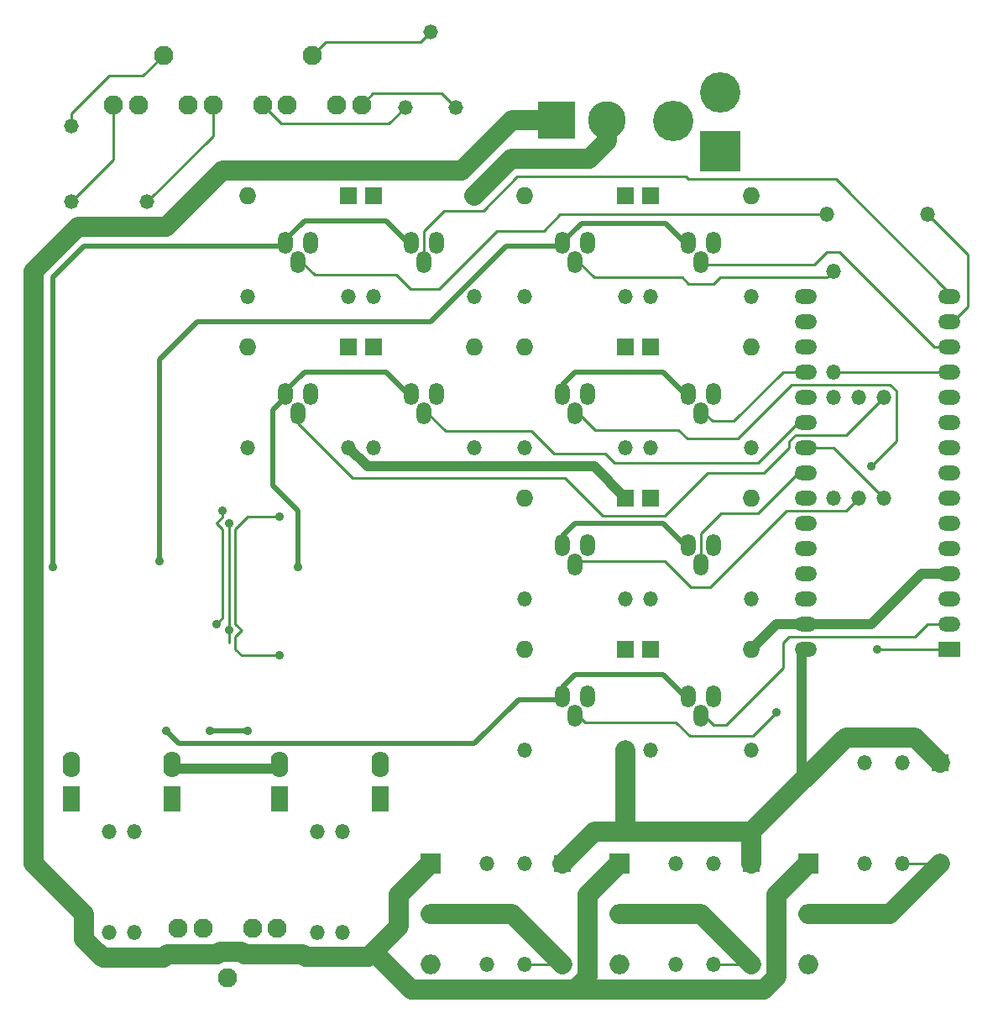
<source format=gbl>
G04 (created by PCBNEW (2013-07-07 BZR 4022)-stable) date Tue 03 Nov 2020 08:36:50 PM CST*
%MOIN*%
G04 Gerber Fmt 3.4, Leading zero omitted, Abs format*
%FSLAX34Y34*%
G01*
G70*
G90*
G04 APERTURE LIST*
%ADD10C,0.00590551*%
%ADD11R,0.069X0.069*%
%ADD12O,0.069X0.069*%
%ADD13O,0.059X0.0885*%
%ADD14C,0.0767717*%
%ADD15O,0.059X0.059*%
%ADD16R,0.069X0.1035*%
%ADD17O,0.069X0.1035*%
%ADD18R,0.0885X0.059*%
%ADD19O,0.0885X0.059*%
%ADD20R,0.0787402X0.0787402*%
%ADD21O,0.0787402X0.0787402*%
%ADD22R,0.16X0.16*%
%ADD23C,0.16*%
%ADD24R,0.15X0.15*%
%ADD25C,0.15*%
%ADD26O,0.058X0.058*%
%ADD27C,0.035*%
%ADD28C,0.04*%
%ADD29C,0.08*%
%ADD30C,0.01*%
%ADD31C,0.02*%
G04 APERTURE END LIST*
G54D10*
G54D11*
X58000Y-92500D03*
G54D12*
X58000Y-96500D03*
G54D13*
X45500Y-67852D03*
X45000Y-68647D03*
X44500Y-67852D03*
X56500Y-85852D03*
X56000Y-86647D03*
X55500Y-85852D03*
X56500Y-73852D03*
X56000Y-74647D03*
X55500Y-73852D03*
X56500Y-79852D03*
X56000Y-80647D03*
X55500Y-79852D03*
X56500Y-67852D03*
X56000Y-68647D03*
X55500Y-67852D03*
X45500Y-73852D03*
X45000Y-74647D03*
X44500Y-73852D03*
G54D14*
X37204Y-97047D03*
X36220Y-95078D03*
X38188Y-95078D03*
X35236Y-95078D03*
X39173Y-95078D03*
G54D15*
X54000Y-76000D03*
X58000Y-76000D03*
X42000Y-70000D03*
X38000Y-70000D03*
X53000Y-76000D03*
X49000Y-76000D03*
X53000Y-82000D03*
X49000Y-82000D03*
X43000Y-70000D03*
X47000Y-70000D03*
X43000Y-76000D03*
X47000Y-76000D03*
X54000Y-82000D03*
X58000Y-82000D03*
X53000Y-88000D03*
X49000Y-88000D03*
X54000Y-88000D03*
X58000Y-88000D03*
X53000Y-70000D03*
X49000Y-70000D03*
X54000Y-70000D03*
X58000Y-70000D03*
X42000Y-76000D03*
X38000Y-76000D03*
X49000Y-96500D03*
X49000Y-92500D03*
X56500Y-96500D03*
X56500Y-92500D03*
X64000Y-92500D03*
X64000Y-88500D03*
X40750Y-95250D03*
X40750Y-91250D03*
X41750Y-95250D03*
X41750Y-91250D03*
X33500Y-95250D03*
X33500Y-91250D03*
X32500Y-95250D03*
X32500Y-91250D03*
G54D16*
X35000Y-89922D03*
G54D17*
X35000Y-88577D03*
G54D16*
X39250Y-89922D03*
G54D17*
X39250Y-88577D03*
G54D16*
X43250Y-89922D03*
G54D17*
X43250Y-88577D03*
G54D16*
X31000Y-89922D03*
G54D17*
X31000Y-88577D03*
G54D11*
X65500Y-88500D03*
G54D12*
X65500Y-92500D03*
G54D11*
X50500Y-92500D03*
G54D12*
X50500Y-96500D03*
G54D11*
X42000Y-72000D03*
G54D12*
X38000Y-72000D03*
G54D11*
X43000Y-72000D03*
G54D12*
X47000Y-72000D03*
G54D11*
X54000Y-66000D03*
G54D12*
X58000Y-66000D03*
G54D11*
X53000Y-66000D03*
G54D12*
X49000Y-66000D03*
G54D11*
X43000Y-66000D03*
G54D12*
X47000Y-66000D03*
G54D11*
X42000Y-66000D03*
G54D12*
X38000Y-66000D03*
G54D11*
X53000Y-84000D03*
G54D12*
X49000Y-84000D03*
G54D11*
X54000Y-84000D03*
G54D12*
X58000Y-84000D03*
G54D11*
X54000Y-72000D03*
G54D12*
X58000Y-72000D03*
G54D11*
X53000Y-72000D03*
G54D12*
X49000Y-72000D03*
G54D11*
X53000Y-78000D03*
G54D12*
X49000Y-78000D03*
G54D11*
X54000Y-78000D03*
G54D12*
X58000Y-78000D03*
G54D18*
X65852Y-84000D03*
G54D19*
X65852Y-83000D03*
X65852Y-82000D03*
X65852Y-81000D03*
X60147Y-79000D03*
X60147Y-80000D03*
X60147Y-81000D03*
X65852Y-80000D03*
X65852Y-79000D03*
X65852Y-78000D03*
X60147Y-78000D03*
X60147Y-77000D03*
X60147Y-76000D03*
X65852Y-77000D03*
X65852Y-76000D03*
X65852Y-75000D03*
X65852Y-74000D03*
X65852Y-73000D03*
X65852Y-72000D03*
X65852Y-71000D03*
X60147Y-75000D03*
X60147Y-74000D03*
X60147Y-73000D03*
X60147Y-72000D03*
X60147Y-71000D03*
X60147Y-70000D03*
X65852Y-70000D03*
X60147Y-82000D03*
X60147Y-83000D03*
X60147Y-84000D03*
G54D20*
X60250Y-92500D03*
G54D21*
X60250Y-94500D03*
X60250Y-96500D03*
G54D20*
X52750Y-92500D03*
G54D21*
X52750Y-94500D03*
X52750Y-96500D03*
G54D20*
X45250Y-92500D03*
G54D21*
X45250Y-94500D03*
X45250Y-96500D03*
G54D22*
X56750Y-64250D03*
G54D23*
X56750Y-61900D03*
X54900Y-63050D03*
G54D24*
X50250Y-63000D03*
G54D25*
X52250Y-63000D03*
G54D15*
X47500Y-92500D03*
X47500Y-96500D03*
X55000Y-92500D03*
X55000Y-96500D03*
X62500Y-88500D03*
X62500Y-92500D03*
G54D14*
X34645Y-60433D03*
X35629Y-62401D03*
X33661Y-62401D03*
X36614Y-62401D03*
X32677Y-62401D03*
X40551Y-60433D03*
X41535Y-62401D03*
X39566Y-62401D03*
X42519Y-62401D03*
X38582Y-62401D03*
G54D26*
X45250Y-59500D03*
X46250Y-62500D03*
X44250Y-62500D03*
X31000Y-66250D03*
X34000Y-66250D03*
X31000Y-63250D03*
G54D15*
X61250Y-69000D03*
X61250Y-73000D03*
X61000Y-66750D03*
X65000Y-66750D03*
X62250Y-74000D03*
X62250Y-78000D03*
X63250Y-78000D03*
X63250Y-74000D03*
X61250Y-74000D03*
X61250Y-78000D03*
G54D13*
X40500Y-67852D03*
X40000Y-68647D03*
X39500Y-67852D03*
X51500Y-67852D03*
X51000Y-68647D03*
X50500Y-67852D03*
X40500Y-73852D03*
X40000Y-74647D03*
X39500Y-73852D03*
X51500Y-73852D03*
X51000Y-74647D03*
X50500Y-73852D03*
X51500Y-79852D03*
X51000Y-80647D03*
X50500Y-79852D03*
X51500Y-85852D03*
X51000Y-86647D03*
X50500Y-85852D03*
G54D27*
X38000Y-87250D03*
X36500Y-87250D03*
X30250Y-80750D03*
X40000Y-80750D03*
X34750Y-87250D03*
X34500Y-80500D03*
X63000Y-84000D03*
X59000Y-86500D03*
X62750Y-76750D03*
X39250Y-84250D03*
X39250Y-78750D03*
X37000Y-78500D03*
X36750Y-83000D03*
X37250Y-83250D03*
X37250Y-79000D03*
G54D28*
X42000Y-76000D02*
X42750Y-76750D01*
X51750Y-76750D02*
X53000Y-78000D01*
X42750Y-76750D02*
X51750Y-76750D01*
X60000Y-84000D02*
X60000Y-89250D01*
G54D29*
X53000Y-88000D02*
X53000Y-91250D01*
X50500Y-92500D02*
X51750Y-91250D01*
X51750Y-91250D02*
X53000Y-91250D01*
X53000Y-91250D02*
X58000Y-91250D01*
X65500Y-88500D02*
X64500Y-87500D01*
X58000Y-91250D02*
X58000Y-92500D01*
X61750Y-87500D02*
X60000Y-89250D01*
X60000Y-89250D02*
X58000Y-91250D01*
X64500Y-87500D02*
X61750Y-87500D01*
G54D30*
X50500Y-96500D02*
X49000Y-96500D01*
G54D29*
X45250Y-94500D02*
X48500Y-94500D01*
X48500Y-94500D02*
X50500Y-96500D01*
G54D30*
X58000Y-96500D02*
X56500Y-96500D01*
G54D29*
X52750Y-94500D02*
X56000Y-94500D01*
X56000Y-94500D02*
X58000Y-96500D01*
G54D30*
X65500Y-92500D02*
X64000Y-92500D01*
G54D29*
X60250Y-94500D02*
X63500Y-94500D01*
X63500Y-94500D02*
X65500Y-92500D01*
X32000Y-96000D02*
X32250Y-96250D01*
X42800Y-96200D02*
X43000Y-96000D01*
X40300Y-96200D02*
X42800Y-96200D01*
X40200Y-96100D02*
X40300Y-96200D01*
X37850Y-96100D02*
X40200Y-96100D01*
X37750Y-96000D02*
X37850Y-96100D01*
X36900Y-96000D02*
X37750Y-96000D01*
X36800Y-96100D02*
X36900Y-96000D01*
X34800Y-96100D02*
X36800Y-96100D01*
X34650Y-96250D02*
X34800Y-96100D01*
X32250Y-96250D02*
X34650Y-96250D01*
X51000Y-97500D02*
X58500Y-97500D01*
X59000Y-93750D02*
X60250Y-92500D01*
X59000Y-97000D02*
X59000Y-93750D01*
X58500Y-97500D02*
X59000Y-97000D01*
X43000Y-96000D02*
X44500Y-97500D01*
X44500Y-97500D02*
X46000Y-97500D01*
X46000Y-97500D02*
X50500Y-97500D01*
X50500Y-97500D02*
X51000Y-97500D01*
X51500Y-93750D02*
X52750Y-92500D01*
X51500Y-97000D02*
X51500Y-93750D01*
X51000Y-97500D02*
X51500Y-97000D01*
X29500Y-91000D02*
X29500Y-92500D01*
G54D30*
X32000Y-96000D02*
X35750Y-96000D01*
G54D29*
X31500Y-95500D02*
X32000Y-96000D01*
X31500Y-94500D02*
X31500Y-95500D01*
X29500Y-92500D02*
X31500Y-94500D01*
X29500Y-91000D02*
X29500Y-69000D01*
X29500Y-69000D02*
X31250Y-67250D01*
X31250Y-67250D02*
X34750Y-67250D01*
X34750Y-67250D02*
X37000Y-65000D01*
X37000Y-65000D02*
X46500Y-65000D01*
X46500Y-65000D02*
X48500Y-63000D01*
X48500Y-63000D02*
X50250Y-63000D01*
X44000Y-93750D02*
X45250Y-92500D01*
X43000Y-96000D02*
X44000Y-95000D01*
X44000Y-95000D02*
X44000Y-93750D01*
X47000Y-66000D02*
X48450Y-64550D01*
X52250Y-63850D02*
X52250Y-63000D01*
X51550Y-64550D02*
X52250Y-63850D01*
X48450Y-64550D02*
X51550Y-64550D01*
G54D28*
X58000Y-84000D02*
X59000Y-83000D01*
X59000Y-83000D02*
X60000Y-83000D01*
X60000Y-83000D02*
X62750Y-83000D01*
X62750Y-83000D02*
X64750Y-81000D01*
X64750Y-81000D02*
X66000Y-81000D01*
X35000Y-88750D02*
X39250Y-88750D01*
G54D31*
X36500Y-87250D02*
X38000Y-87250D01*
G54D30*
X40551Y-60433D02*
X41084Y-59900D01*
X44850Y-59900D02*
X45250Y-59500D01*
X41084Y-59900D02*
X44850Y-59900D01*
X42519Y-62401D02*
X42971Y-61950D01*
X45700Y-61950D02*
X46250Y-62500D01*
X42971Y-61950D02*
X45700Y-61950D01*
X61250Y-73000D02*
X66000Y-73000D01*
X65000Y-66750D02*
X66600Y-68350D01*
X66600Y-70400D02*
X66000Y-71000D01*
X66600Y-68350D02*
X66600Y-70400D01*
X31000Y-66250D02*
X32677Y-64572D01*
X32677Y-64572D02*
X32677Y-62401D01*
X38582Y-62401D02*
X39331Y-63150D01*
X43600Y-63150D02*
X44250Y-62500D01*
X39331Y-63150D02*
X43600Y-63150D01*
X34000Y-66250D02*
X36614Y-63635D01*
X36614Y-63635D02*
X36614Y-62401D01*
X31000Y-63250D02*
X31000Y-62750D01*
X33828Y-61250D02*
X34645Y-60433D01*
X32500Y-61250D02*
X33828Y-61250D01*
X31000Y-62750D02*
X32500Y-61250D01*
X63250Y-78000D02*
X61250Y-76000D01*
X61250Y-76000D02*
X60000Y-76000D01*
G54D31*
X50500Y-74000D02*
X50500Y-73500D01*
X54500Y-73000D02*
X55500Y-74000D01*
X51000Y-73000D02*
X54500Y-73000D01*
X50500Y-73500D02*
X51000Y-73000D01*
X50500Y-80000D02*
X50500Y-79500D01*
X54500Y-79000D02*
X55500Y-80000D01*
X51000Y-79000D02*
X54500Y-79000D01*
X50500Y-79500D02*
X51000Y-79000D01*
X31500Y-68000D02*
X39500Y-68000D01*
X30250Y-69250D02*
X31500Y-68000D01*
X30250Y-80750D02*
X30250Y-69250D01*
X39500Y-68000D02*
X39500Y-67750D01*
X43500Y-67000D02*
X44500Y-68000D01*
X40250Y-67000D02*
X43500Y-67000D01*
X39500Y-67750D02*
X40250Y-67000D01*
X39500Y-74000D02*
X39000Y-74500D01*
X40000Y-78500D02*
X40000Y-80750D01*
X39000Y-77500D02*
X40000Y-78500D01*
X39000Y-74500D02*
X39000Y-77500D01*
X39500Y-74000D02*
X39500Y-73750D01*
X43500Y-73000D02*
X44500Y-74000D01*
X40250Y-73000D02*
X43500Y-73000D01*
X39500Y-73750D02*
X40250Y-73000D01*
X50500Y-86000D02*
X50500Y-85500D01*
X54500Y-85000D02*
X55500Y-86000D01*
X51000Y-85000D02*
X54500Y-85000D01*
X50500Y-85500D02*
X51000Y-85000D01*
X48750Y-86000D02*
X50500Y-86000D01*
X47000Y-87750D02*
X48750Y-86000D01*
X35250Y-87750D02*
X47000Y-87750D01*
X34750Y-87250D02*
X35250Y-87750D01*
X50500Y-68000D02*
X50500Y-67850D01*
X54600Y-67100D02*
X55500Y-68000D01*
X51250Y-67100D02*
X54600Y-67100D01*
X50500Y-67850D02*
X51250Y-67100D01*
X50500Y-68000D02*
X48250Y-68000D01*
X34500Y-72500D02*
X34500Y-80500D01*
X36000Y-71000D02*
X34500Y-72500D01*
X45250Y-71000D02*
X36000Y-71000D01*
X48250Y-68000D02*
X45250Y-71000D01*
G54D30*
X56000Y-68500D02*
X56250Y-68750D01*
X65250Y-72000D02*
X66000Y-72000D01*
X64500Y-71250D02*
X65250Y-72000D01*
X63500Y-70250D02*
X64500Y-71250D01*
X61500Y-68250D02*
X63500Y-70250D01*
X61000Y-68250D02*
X61500Y-68250D01*
X60500Y-68750D02*
X61000Y-68250D01*
X56250Y-68750D02*
X60500Y-68750D01*
X56300Y-76600D02*
X58250Y-76600D01*
X45850Y-75350D02*
X49250Y-75350D01*
X49250Y-75350D02*
X50150Y-76250D01*
X50150Y-76250D02*
X52200Y-76250D01*
X52200Y-76250D02*
X52550Y-76600D01*
X52550Y-76600D02*
X56300Y-76600D01*
X45000Y-74500D02*
X45850Y-75350D01*
X59850Y-75000D02*
X60000Y-75000D01*
X58250Y-76600D02*
X59850Y-75000D01*
X56000Y-86500D02*
X56500Y-87000D01*
X65000Y-83000D02*
X66000Y-83000D01*
X64500Y-83500D02*
X65000Y-83000D01*
X59500Y-83500D02*
X64500Y-83500D01*
X59250Y-83750D02*
X59500Y-83500D01*
X59250Y-84750D02*
X59250Y-83750D01*
X57000Y-87000D02*
X59250Y-84750D01*
X56500Y-87000D02*
X57000Y-87000D01*
X56000Y-80500D02*
X56000Y-79400D01*
X59850Y-77000D02*
X60000Y-77000D01*
X58250Y-78600D02*
X59850Y-77000D01*
X56800Y-78600D02*
X58250Y-78600D01*
X56000Y-79400D02*
X56800Y-78600D01*
X56000Y-74500D02*
X56450Y-74950D01*
X59250Y-73000D02*
X60000Y-73000D01*
X57300Y-74950D02*
X59250Y-73000D01*
X56450Y-74950D02*
X57300Y-74950D01*
X66000Y-70000D02*
X61350Y-65350D01*
X45000Y-67400D02*
X45800Y-66600D01*
X45800Y-66600D02*
X47350Y-66600D01*
X47350Y-66600D02*
X48700Y-65250D01*
X48700Y-65250D02*
X55400Y-65250D01*
X55400Y-65250D02*
X55500Y-65350D01*
X55500Y-65350D02*
X58500Y-65350D01*
X45000Y-67400D02*
X45000Y-68500D01*
X61350Y-65350D02*
X58500Y-65350D01*
X58500Y-77000D02*
X59500Y-76000D01*
X56250Y-77000D02*
X58500Y-77000D01*
X54550Y-78700D02*
X56250Y-77000D01*
X52100Y-78700D02*
X54550Y-78700D01*
X50600Y-77200D02*
X52100Y-78700D01*
X42150Y-77200D02*
X50600Y-77200D01*
X40000Y-75050D02*
X42150Y-77200D01*
X40000Y-74500D02*
X40000Y-75050D01*
X61750Y-75500D02*
X63250Y-74000D01*
X60500Y-75500D02*
X61750Y-75500D01*
X60250Y-75500D02*
X60500Y-75500D01*
X60000Y-75500D02*
X60250Y-75500D01*
X59750Y-75500D02*
X60000Y-75500D01*
X59500Y-75750D02*
X59750Y-75500D01*
X59500Y-76000D02*
X59500Y-75750D01*
X51000Y-68500D02*
X51750Y-69250D01*
X61000Y-69250D02*
X61250Y-69000D01*
X56750Y-69250D02*
X61000Y-69250D01*
X56500Y-69500D02*
X56750Y-69250D01*
X55500Y-69500D02*
X56500Y-69500D01*
X55250Y-69250D02*
X55500Y-69500D01*
X51750Y-69250D02*
X55250Y-69250D01*
X57850Y-80050D02*
X59400Y-78500D01*
X51000Y-80500D02*
X54550Y-80500D01*
X54550Y-80500D02*
X55600Y-81550D01*
X55600Y-81550D02*
X56350Y-81550D01*
X56350Y-81550D02*
X57850Y-80050D01*
X61750Y-78500D02*
X62250Y-78000D01*
X59400Y-78500D02*
X61750Y-78500D01*
X56500Y-87450D02*
X58050Y-87450D01*
X63000Y-84000D02*
X66000Y-84000D01*
X58050Y-87450D02*
X59000Y-86500D01*
X51400Y-86900D02*
X51000Y-86500D01*
X55000Y-86900D02*
X51400Y-86900D01*
X55550Y-87450D02*
X55000Y-86900D01*
X56550Y-87450D02*
X56500Y-87450D01*
X56500Y-87450D02*
X55550Y-87450D01*
X49750Y-67400D02*
X50400Y-66750D01*
X47900Y-67400D02*
X49750Y-67400D01*
X46800Y-68500D02*
X47900Y-67400D01*
X45600Y-69700D02*
X46800Y-68500D01*
X44450Y-69700D02*
X45600Y-69700D01*
X43900Y-69150D02*
X44450Y-69700D01*
X40650Y-69150D02*
X43900Y-69150D01*
X40000Y-68500D02*
X40650Y-69150D01*
X50400Y-66750D02*
X61000Y-66750D01*
X59100Y-74000D02*
X59600Y-73500D01*
X51000Y-74500D02*
X51800Y-75300D01*
X51800Y-75300D02*
X55100Y-75300D01*
X55100Y-75300D02*
X55450Y-75650D01*
X55450Y-75650D02*
X57450Y-75650D01*
X57450Y-75650D02*
X59100Y-74000D01*
X63750Y-75750D02*
X62750Y-76750D01*
X63750Y-74250D02*
X63750Y-75750D01*
X63750Y-74000D02*
X63750Y-74250D01*
X63750Y-73750D02*
X63750Y-74000D01*
X63500Y-73500D02*
X63750Y-73750D01*
X63250Y-73500D02*
X63500Y-73500D01*
X59600Y-73500D02*
X63250Y-73500D01*
X37750Y-84250D02*
X39250Y-84250D01*
X37500Y-84000D02*
X37750Y-84250D01*
X37500Y-83500D02*
X37500Y-84000D01*
X37750Y-83250D02*
X37500Y-83500D01*
X37500Y-83000D02*
X37750Y-83250D01*
X37500Y-82250D02*
X37500Y-83000D01*
X37500Y-80000D02*
X37500Y-82250D01*
X37500Y-79250D02*
X37500Y-80000D01*
X38000Y-78750D02*
X37500Y-79250D01*
X39250Y-78750D02*
X38000Y-78750D01*
X37000Y-78750D02*
X37000Y-78500D01*
X36750Y-79000D02*
X37000Y-78750D01*
X37000Y-79250D02*
X36750Y-79000D01*
X37000Y-81250D02*
X37000Y-79250D01*
X37000Y-82500D02*
X37000Y-81250D01*
X37000Y-82750D02*
X37000Y-82500D01*
X36750Y-83000D02*
X37000Y-82750D01*
X37250Y-83750D02*
X37250Y-83250D01*
X37250Y-79000D02*
X37250Y-83750D01*
M02*

</source>
